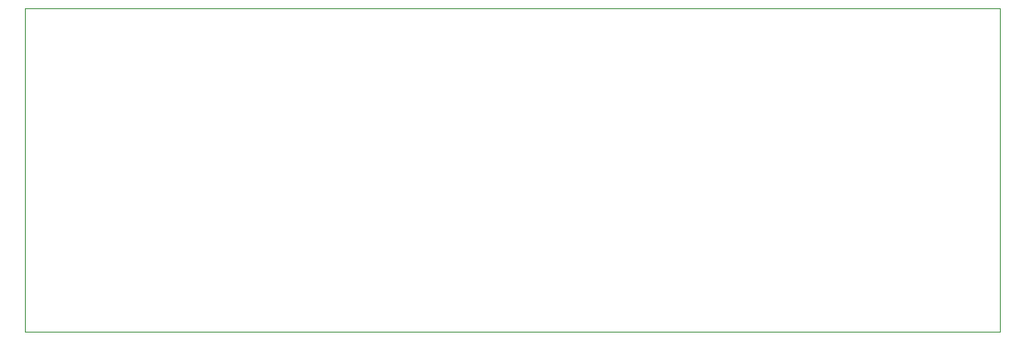
<source format=gbr>
%TF.GenerationSoftware,KiCad,Pcbnew,(5.1.10)-1*%
%TF.CreationDate,2021-07-12T12:55:46+02:00*%
%TF.ProjectId,buckLM5575,6275636b-4c4d-4353-9537-352e6b696361,rev?*%
%TF.SameCoordinates,Original*%
%TF.FileFunction,Profile,NP*%
%FSLAX46Y46*%
G04 Gerber Fmt 4.6, Leading zero omitted, Abs format (unit mm)*
G04 Created by KiCad (PCBNEW (5.1.10)-1) date 2021-07-12 12:55:46*
%MOMM*%
%LPD*%
G01*
G04 APERTURE LIST*
%TA.AperFunction,Profile*%
%ADD10C,0.050000*%
%TD*%
G04 APERTURE END LIST*
D10*
X183134000Y-43180000D02*
X83820000Y-43180000D01*
X183134000Y-76200000D02*
X183134000Y-43180000D01*
X83820000Y-76200000D02*
X183134000Y-76200000D01*
X83820000Y-43180000D02*
X83820000Y-76200000D01*
M02*

</source>
